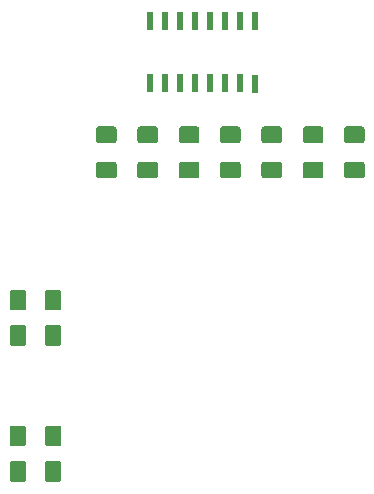
<source format=gbr>
G04 #@! TF.GenerationSoftware,KiCad,Pcbnew,5.0.2+dfsg1-1*
G04 #@! TF.CreationDate,2019-04-27T12:39:24-05:00*
G04 #@! TF.ProjectId,AdaptadorCamara,41646170-7461-4646-9f72-43616d617261,rev?*
G04 #@! TF.SameCoordinates,Original*
G04 #@! TF.FileFunction,Paste,Top*
G04 #@! TF.FilePolarity,Positive*
%FSLAX45Y45*%
G04 Gerber Fmt 4.5, Leading zero omitted, Abs format (unit mm)*
G04 Created by KiCad (PCBNEW 5.0.2+dfsg1-1) date sáb 27 abr 2019 12:39:24 -05*
%MOMM*%
%LPD*%
G01*
G04 APERTURE LIST*
%ADD10C,0.100000*%
%ADD11C,1.425000*%
%ADD12R,0.600000X1.500000*%
G04 APERTURE END LIST*
D10*
G04 #@! TO.C,R9*
G36*
X1099950Y1737380D02*
X1102377Y1737020D01*
X1104757Y1736423D01*
X1107067Y1735597D01*
X1109285Y1734548D01*
X1111389Y1733287D01*
X1113360Y1731825D01*
X1115178Y1730178D01*
X1116825Y1728360D01*
X1118287Y1726389D01*
X1119548Y1724285D01*
X1120597Y1722067D01*
X1121424Y1719757D01*
X1122020Y1717377D01*
X1122380Y1714950D01*
X1122500Y1712500D01*
X1122500Y1587500D01*
X1122380Y1585050D01*
X1122020Y1582623D01*
X1121424Y1580243D01*
X1120597Y1577933D01*
X1119548Y1575715D01*
X1118287Y1573611D01*
X1116825Y1571640D01*
X1115178Y1569822D01*
X1113360Y1568175D01*
X1111389Y1566713D01*
X1109285Y1565452D01*
X1107067Y1564403D01*
X1104757Y1563576D01*
X1102377Y1562980D01*
X1099950Y1562620D01*
X1097500Y1562500D01*
X1005000Y1562500D01*
X1002550Y1562620D01*
X1000123Y1562980D01*
X997743Y1563576D01*
X995433Y1564403D01*
X993215Y1565452D01*
X991111Y1566713D01*
X989140Y1568175D01*
X987322Y1569822D01*
X985675Y1571640D01*
X984213Y1573611D01*
X982952Y1575715D01*
X981903Y1577933D01*
X981076Y1580243D01*
X980480Y1582623D01*
X980120Y1585050D01*
X980000Y1587500D01*
X980000Y1712500D01*
X980120Y1714950D01*
X980480Y1717377D01*
X981076Y1719757D01*
X981903Y1722067D01*
X982952Y1724285D01*
X984213Y1726389D01*
X985675Y1728360D01*
X987322Y1730178D01*
X989140Y1731825D01*
X991111Y1733287D01*
X993215Y1734548D01*
X995433Y1735597D01*
X997743Y1736423D01*
X1000123Y1737020D01*
X1002550Y1737380D01*
X1005000Y1737500D01*
X1097500Y1737500D01*
X1099950Y1737380D01*
X1099950Y1737380D01*
G37*
D11*
X1051250Y1650000D03*
D10*
G36*
X1397450Y1737380D02*
X1399877Y1737020D01*
X1402257Y1736423D01*
X1404567Y1735597D01*
X1406785Y1734548D01*
X1408889Y1733287D01*
X1410860Y1731825D01*
X1412678Y1730178D01*
X1414325Y1728360D01*
X1415787Y1726389D01*
X1417048Y1724285D01*
X1418097Y1722067D01*
X1418923Y1719757D01*
X1419520Y1717377D01*
X1419880Y1714950D01*
X1420000Y1712500D01*
X1420000Y1587500D01*
X1419880Y1585050D01*
X1419520Y1582623D01*
X1418923Y1580243D01*
X1418097Y1577933D01*
X1417048Y1575715D01*
X1415787Y1573611D01*
X1414325Y1571640D01*
X1412678Y1569822D01*
X1410860Y1568175D01*
X1408889Y1566713D01*
X1406785Y1565452D01*
X1404567Y1564403D01*
X1402257Y1563576D01*
X1399877Y1562980D01*
X1397450Y1562620D01*
X1395000Y1562500D01*
X1302500Y1562500D01*
X1300050Y1562620D01*
X1297623Y1562980D01*
X1295243Y1563576D01*
X1292933Y1564403D01*
X1290715Y1565452D01*
X1288611Y1566713D01*
X1286640Y1568175D01*
X1284822Y1569822D01*
X1283175Y1571640D01*
X1281713Y1573611D01*
X1280452Y1575715D01*
X1279403Y1577933D01*
X1278577Y1580243D01*
X1277980Y1582623D01*
X1277620Y1585050D01*
X1277500Y1587500D01*
X1277500Y1712500D01*
X1277620Y1714950D01*
X1277980Y1717377D01*
X1278577Y1719757D01*
X1279403Y1722067D01*
X1280452Y1724285D01*
X1281713Y1726389D01*
X1283175Y1728360D01*
X1284822Y1730178D01*
X1286640Y1731825D01*
X1288611Y1733287D01*
X1290715Y1734548D01*
X1292933Y1735597D01*
X1295243Y1736423D01*
X1297623Y1737020D01*
X1300050Y1737380D01*
X1302500Y1737500D01*
X1395000Y1737500D01*
X1397450Y1737380D01*
X1397450Y1737380D01*
G37*
D11*
X1348750Y1650000D03*
G04 #@! TD*
D10*
G04 #@! TO.C,R1*
G36*
X1397450Y587380D02*
X1399877Y587020D01*
X1402257Y586424D01*
X1404567Y585597D01*
X1406785Y584548D01*
X1408889Y583287D01*
X1410860Y581825D01*
X1412678Y580178D01*
X1414325Y578360D01*
X1415787Y576389D01*
X1417048Y574285D01*
X1418097Y572067D01*
X1418923Y569757D01*
X1419520Y567377D01*
X1419880Y564950D01*
X1420000Y562500D01*
X1420000Y437500D01*
X1419880Y435050D01*
X1419520Y432623D01*
X1418923Y430243D01*
X1418097Y427933D01*
X1417048Y425715D01*
X1415787Y423611D01*
X1414325Y421640D01*
X1412678Y419822D01*
X1410860Y418175D01*
X1408889Y416713D01*
X1406785Y415452D01*
X1404567Y414403D01*
X1402257Y413576D01*
X1399877Y412980D01*
X1397450Y412620D01*
X1395000Y412500D01*
X1302500Y412500D01*
X1300050Y412620D01*
X1297623Y412980D01*
X1295243Y413576D01*
X1292933Y414403D01*
X1290715Y415452D01*
X1288611Y416713D01*
X1286640Y418175D01*
X1284822Y419822D01*
X1283175Y421640D01*
X1281713Y423611D01*
X1280452Y425715D01*
X1279403Y427933D01*
X1278577Y430243D01*
X1277980Y432623D01*
X1277620Y435050D01*
X1277500Y437500D01*
X1277500Y562500D01*
X1277620Y564950D01*
X1277980Y567377D01*
X1278577Y569757D01*
X1279403Y572067D01*
X1280452Y574285D01*
X1281713Y576389D01*
X1283175Y578360D01*
X1284822Y580178D01*
X1286640Y581825D01*
X1288611Y583287D01*
X1290715Y584548D01*
X1292933Y585597D01*
X1295243Y586424D01*
X1297623Y587020D01*
X1300050Y587380D01*
X1302500Y587500D01*
X1395000Y587500D01*
X1397450Y587380D01*
X1397450Y587380D01*
G37*
D11*
X1348750Y500000D03*
D10*
G36*
X1099950Y587380D02*
X1102377Y587020D01*
X1104757Y586424D01*
X1107067Y585597D01*
X1109285Y584548D01*
X1111389Y583287D01*
X1113360Y581825D01*
X1115178Y580178D01*
X1116825Y578360D01*
X1118287Y576389D01*
X1119548Y574285D01*
X1120597Y572067D01*
X1121424Y569757D01*
X1122020Y567377D01*
X1122380Y564950D01*
X1122500Y562500D01*
X1122500Y437500D01*
X1122380Y435050D01*
X1122020Y432623D01*
X1121424Y430243D01*
X1120597Y427933D01*
X1119548Y425715D01*
X1118287Y423611D01*
X1116825Y421640D01*
X1115178Y419822D01*
X1113360Y418175D01*
X1111389Y416713D01*
X1109285Y415452D01*
X1107067Y414403D01*
X1104757Y413576D01*
X1102377Y412980D01*
X1099950Y412620D01*
X1097500Y412500D01*
X1005000Y412500D01*
X1002550Y412620D01*
X1000123Y412980D01*
X997743Y413576D01*
X995433Y414403D01*
X993215Y415452D01*
X991111Y416713D01*
X989140Y418175D01*
X987322Y419822D01*
X985675Y421640D01*
X984213Y423611D01*
X982952Y425715D01*
X981903Y427933D01*
X981076Y430243D01*
X980480Y432623D01*
X980120Y435050D01*
X980000Y437500D01*
X980000Y562500D01*
X980120Y564950D01*
X980480Y567377D01*
X981076Y569757D01*
X981903Y572067D01*
X982952Y574285D01*
X984213Y576389D01*
X985675Y578360D01*
X987322Y580178D01*
X989140Y581825D01*
X991111Y583287D01*
X993215Y584548D01*
X995433Y585597D01*
X997743Y586424D01*
X1000123Y587020D01*
X1002550Y587380D01*
X1005000Y587500D01*
X1097500Y587500D01*
X1099950Y587380D01*
X1099950Y587380D01*
G37*
D11*
X1051250Y500000D03*
G04 #@! TD*
D10*
G04 #@! TO.C,R2*
G36*
X3964950Y2822380D02*
X3967377Y2822020D01*
X3969757Y2821423D01*
X3972067Y2820597D01*
X3974285Y2819548D01*
X3976389Y2818287D01*
X3978360Y2816825D01*
X3980178Y2815178D01*
X3981825Y2813360D01*
X3983287Y2811389D01*
X3984548Y2809285D01*
X3985597Y2807067D01*
X3986423Y2804757D01*
X3987020Y2802377D01*
X3987380Y2799950D01*
X3987500Y2797500D01*
X3987500Y2705000D01*
X3987380Y2702550D01*
X3987020Y2700123D01*
X3986423Y2697743D01*
X3985597Y2695433D01*
X3984548Y2693215D01*
X3983287Y2691111D01*
X3981825Y2689140D01*
X3980178Y2687322D01*
X3978360Y2685675D01*
X3976389Y2684213D01*
X3974285Y2682952D01*
X3972067Y2681903D01*
X3969757Y2681077D01*
X3967377Y2680480D01*
X3964950Y2680120D01*
X3962500Y2680000D01*
X3837500Y2680000D01*
X3835050Y2680120D01*
X3832623Y2680480D01*
X3830243Y2681077D01*
X3827933Y2681903D01*
X3825715Y2682952D01*
X3823611Y2684213D01*
X3821640Y2685675D01*
X3819822Y2687322D01*
X3818175Y2689140D01*
X3816713Y2691111D01*
X3815452Y2693215D01*
X3814403Y2695433D01*
X3813576Y2697743D01*
X3812980Y2700123D01*
X3812620Y2702550D01*
X3812500Y2705000D01*
X3812500Y2797500D01*
X3812620Y2799950D01*
X3812980Y2802377D01*
X3813576Y2804757D01*
X3814403Y2807067D01*
X3815452Y2809285D01*
X3816713Y2811389D01*
X3818175Y2813360D01*
X3819822Y2815178D01*
X3821640Y2816825D01*
X3823611Y2818287D01*
X3825715Y2819548D01*
X3827933Y2820597D01*
X3830243Y2821423D01*
X3832623Y2822020D01*
X3835050Y2822380D01*
X3837500Y2822500D01*
X3962500Y2822500D01*
X3964950Y2822380D01*
X3964950Y2822380D01*
G37*
D11*
X3900000Y2751250D03*
D10*
G36*
X3964950Y3119880D02*
X3967377Y3119520D01*
X3969757Y3118923D01*
X3972067Y3118097D01*
X3974285Y3117048D01*
X3976389Y3115787D01*
X3978360Y3114325D01*
X3980178Y3112678D01*
X3981825Y3110860D01*
X3983287Y3108889D01*
X3984548Y3106785D01*
X3985597Y3104567D01*
X3986423Y3102257D01*
X3987020Y3099877D01*
X3987380Y3097450D01*
X3987500Y3095000D01*
X3987500Y3002500D01*
X3987380Y3000050D01*
X3987020Y2997623D01*
X3986423Y2995243D01*
X3985597Y2992933D01*
X3984548Y2990715D01*
X3983287Y2988611D01*
X3981825Y2986640D01*
X3980178Y2984822D01*
X3978360Y2983175D01*
X3976389Y2981713D01*
X3974285Y2980452D01*
X3972067Y2979403D01*
X3969757Y2978576D01*
X3967377Y2977980D01*
X3964950Y2977620D01*
X3962500Y2977500D01*
X3837500Y2977500D01*
X3835050Y2977620D01*
X3832623Y2977980D01*
X3830243Y2978576D01*
X3827933Y2979403D01*
X3825715Y2980452D01*
X3823611Y2981713D01*
X3821640Y2983175D01*
X3819822Y2984822D01*
X3818175Y2986640D01*
X3816713Y2988611D01*
X3815452Y2990715D01*
X3814403Y2992933D01*
X3813576Y2995243D01*
X3812980Y2997623D01*
X3812620Y3000050D01*
X3812500Y3002500D01*
X3812500Y3095000D01*
X3812620Y3097450D01*
X3812980Y3099877D01*
X3813576Y3102257D01*
X3814403Y3104567D01*
X3815452Y3106785D01*
X3816713Y3108889D01*
X3818175Y3110860D01*
X3819822Y3112678D01*
X3821640Y3114325D01*
X3823611Y3115787D01*
X3825715Y3117048D01*
X3827933Y3118097D01*
X3830243Y3118923D01*
X3832623Y3119520D01*
X3835050Y3119880D01*
X3837500Y3120000D01*
X3962500Y3120000D01*
X3964950Y3119880D01*
X3964950Y3119880D01*
G37*
D11*
X3900000Y3048750D03*
G04 #@! TD*
D10*
G04 #@! TO.C,R3*
G36*
X3614950Y3119880D02*
X3617377Y3119520D01*
X3619757Y3118923D01*
X3622067Y3118097D01*
X3624285Y3117048D01*
X3626389Y3115787D01*
X3628360Y3114325D01*
X3630178Y3112678D01*
X3631825Y3110860D01*
X3633287Y3108889D01*
X3634548Y3106785D01*
X3635597Y3104567D01*
X3636423Y3102257D01*
X3637020Y3099877D01*
X3637380Y3097450D01*
X3637500Y3095000D01*
X3637500Y3002500D01*
X3637380Y3000050D01*
X3637020Y2997623D01*
X3636423Y2995243D01*
X3635597Y2992933D01*
X3634548Y2990715D01*
X3633287Y2988611D01*
X3631825Y2986640D01*
X3630178Y2984822D01*
X3628360Y2983175D01*
X3626389Y2981713D01*
X3624285Y2980452D01*
X3622067Y2979403D01*
X3619757Y2978576D01*
X3617377Y2977980D01*
X3614950Y2977620D01*
X3612500Y2977500D01*
X3487500Y2977500D01*
X3485050Y2977620D01*
X3482623Y2977980D01*
X3480243Y2978576D01*
X3477933Y2979403D01*
X3475715Y2980452D01*
X3473611Y2981713D01*
X3471640Y2983175D01*
X3469822Y2984822D01*
X3468175Y2986640D01*
X3466713Y2988611D01*
X3465452Y2990715D01*
X3464403Y2992933D01*
X3463576Y2995243D01*
X3462980Y2997623D01*
X3462620Y3000050D01*
X3462500Y3002500D01*
X3462500Y3095000D01*
X3462620Y3097450D01*
X3462980Y3099877D01*
X3463576Y3102257D01*
X3464403Y3104567D01*
X3465452Y3106785D01*
X3466713Y3108889D01*
X3468175Y3110860D01*
X3469822Y3112678D01*
X3471640Y3114325D01*
X3473611Y3115787D01*
X3475715Y3117048D01*
X3477933Y3118097D01*
X3480243Y3118923D01*
X3482623Y3119520D01*
X3485050Y3119880D01*
X3487500Y3120000D01*
X3612500Y3120000D01*
X3614950Y3119880D01*
X3614950Y3119880D01*
G37*
D11*
X3550000Y3048750D03*
D10*
G36*
X3614950Y2822380D02*
X3617377Y2822020D01*
X3619757Y2821423D01*
X3622067Y2820597D01*
X3624285Y2819548D01*
X3626389Y2818287D01*
X3628360Y2816825D01*
X3630178Y2815178D01*
X3631825Y2813360D01*
X3633287Y2811389D01*
X3634548Y2809285D01*
X3635597Y2807067D01*
X3636423Y2804757D01*
X3637020Y2802377D01*
X3637380Y2799950D01*
X3637500Y2797500D01*
X3637500Y2705000D01*
X3637380Y2702550D01*
X3637020Y2700123D01*
X3636423Y2697743D01*
X3635597Y2695433D01*
X3634548Y2693215D01*
X3633287Y2691111D01*
X3631825Y2689140D01*
X3630178Y2687322D01*
X3628360Y2685675D01*
X3626389Y2684213D01*
X3624285Y2682952D01*
X3622067Y2681903D01*
X3619757Y2681077D01*
X3617377Y2680480D01*
X3614950Y2680120D01*
X3612500Y2680000D01*
X3487500Y2680000D01*
X3485050Y2680120D01*
X3482623Y2680480D01*
X3480243Y2681077D01*
X3477933Y2681903D01*
X3475715Y2682952D01*
X3473611Y2684213D01*
X3471640Y2685675D01*
X3469822Y2687322D01*
X3468175Y2689140D01*
X3466713Y2691111D01*
X3465452Y2693215D01*
X3464403Y2695433D01*
X3463576Y2697743D01*
X3462980Y2700123D01*
X3462620Y2702550D01*
X3462500Y2705000D01*
X3462500Y2797500D01*
X3462620Y2799950D01*
X3462980Y2802377D01*
X3463576Y2804757D01*
X3464403Y2807067D01*
X3465452Y2809285D01*
X3466713Y2811389D01*
X3468175Y2813360D01*
X3469822Y2815178D01*
X3471640Y2816825D01*
X3473611Y2818287D01*
X3475715Y2819548D01*
X3477933Y2820597D01*
X3480243Y2821423D01*
X3482623Y2822020D01*
X3485050Y2822380D01*
X3487500Y2822500D01*
X3612500Y2822500D01*
X3614950Y2822380D01*
X3614950Y2822380D01*
G37*
D11*
X3550000Y2751250D03*
G04 #@! TD*
D10*
G04 #@! TO.C,R4*
G36*
X3264950Y2822380D02*
X3267377Y2822020D01*
X3269757Y2821423D01*
X3272067Y2820597D01*
X3274285Y2819548D01*
X3276389Y2818287D01*
X3278360Y2816825D01*
X3280178Y2815178D01*
X3281825Y2813360D01*
X3283287Y2811389D01*
X3284548Y2809285D01*
X3285597Y2807067D01*
X3286423Y2804757D01*
X3287020Y2802377D01*
X3287380Y2799950D01*
X3287500Y2797500D01*
X3287500Y2705000D01*
X3287380Y2702550D01*
X3287020Y2700123D01*
X3286423Y2697743D01*
X3285597Y2695433D01*
X3284548Y2693215D01*
X3283287Y2691111D01*
X3281825Y2689140D01*
X3280178Y2687322D01*
X3278360Y2685675D01*
X3276389Y2684213D01*
X3274285Y2682952D01*
X3272067Y2681903D01*
X3269757Y2681077D01*
X3267377Y2680480D01*
X3264950Y2680120D01*
X3262500Y2680000D01*
X3137500Y2680000D01*
X3135050Y2680120D01*
X3132623Y2680480D01*
X3130243Y2681077D01*
X3127933Y2681903D01*
X3125715Y2682952D01*
X3123611Y2684213D01*
X3121640Y2685675D01*
X3119822Y2687322D01*
X3118175Y2689140D01*
X3116713Y2691111D01*
X3115452Y2693215D01*
X3114403Y2695433D01*
X3113576Y2697743D01*
X3112980Y2700123D01*
X3112620Y2702550D01*
X3112500Y2705000D01*
X3112500Y2797500D01*
X3112620Y2799950D01*
X3112980Y2802377D01*
X3113576Y2804757D01*
X3114403Y2807067D01*
X3115452Y2809285D01*
X3116713Y2811389D01*
X3118175Y2813360D01*
X3119822Y2815178D01*
X3121640Y2816825D01*
X3123611Y2818287D01*
X3125715Y2819548D01*
X3127933Y2820597D01*
X3130243Y2821423D01*
X3132623Y2822020D01*
X3135050Y2822380D01*
X3137500Y2822500D01*
X3262500Y2822500D01*
X3264950Y2822380D01*
X3264950Y2822380D01*
G37*
D11*
X3200000Y2751250D03*
D10*
G36*
X3264950Y3119880D02*
X3267377Y3119520D01*
X3269757Y3118923D01*
X3272067Y3118097D01*
X3274285Y3117048D01*
X3276389Y3115787D01*
X3278360Y3114325D01*
X3280178Y3112678D01*
X3281825Y3110860D01*
X3283287Y3108889D01*
X3284548Y3106785D01*
X3285597Y3104567D01*
X3286423Y3102257D01*
X3287020Y3099877D01*
X3287380Y3097450D01*
X3287500Y3095000D01*
X3287500Y3002500D01*
X3287380Y3000050D01*
X3287020Y2997623D01*
X3286423Y2995243D01*
X3285597Y2992933D01*
X3284548Y2990715D01*
X3283287Y2988611D01*
X3281825Y2986640D01*
X3280178Y2984822D01*
X3278360Y2983175D01*
X3276389Y2981713D01*
X3274285Y2980452D01*
X3272067Y2979403D01*
X3269757Y2978576D01*
X3267377Y2977980D01*
X3264950Y2977620D01*
X3262500Y2977500D01*
X3137500Y2977500D01*
X3135050Y2977620D01*
X3132623Y2977980D01*
X3130243Y2978576D01*
X3127933Y2979403D01*
X3125715Y2980452D01*
X3123611Y2981713D01*
X3121640Y2983175D01*
X3119822Y2984822D01*
X3118175Y2986640D01*
X3116713Y2988611D01*
X3115452Y2990715D01*
X3114403Y2992933D01*
X3113576Y2995243D01*
X3112980Y2997623D01*
X3112620Y3000050D01*
X3112500Y3002500D01*
X3112500Y3095000D01*
X3112620Y3097450D01*
X3112980Y3099877D01*
X3113576Y3102257D01*
X3114403Y3104567D01*
X3115452Y3106785D01*
X3116713Y3108889D01*
X3118175Y3110860D01*
X3119822Y3112678D01*
X3121640Y3114325D01*
X3123611Y3115787D01*
X3125715Y3117048D01*
X3127933Y3118097D01*
X3130243Y3118923D01*
X3132623Y3119520D01*
X3135050Y3119880D01*
X3137500Y3120000D01*
X3262500Y3120000D01*
X3264950Y3119880D01*
X3264950Y3119880D01*
G37*
D11*
X3200000Y3048750D03*
G04 #@! TD*
D10*
G04 #@! TO.C,R5*
G36*
X2914950Y3119880D02*
X2917377Y3119520D01*
X2919757Y3118923D01*
X2922067Y3118097D01*
X2924285Y3117048D01*
X2926389Y3115787D01*
X2928360Y3114325D01*
X2930178Y3112678D01*
X2931825Y3110860D01*
X2933287Y3108889D01*
X2934548Y3106785D01*
X2935597Y3104567D01*
X2936423Y3102257D01*
X2937020Y3099877D01*
X2937380Y3097450D01*
X2937500Y3095000D01*
X2937500Y3002500D01*
X2937380Y3000050D01*
X2937020Y2997623D01*
X2936423Y2995243D01*
X2935597Y2992933D01*
X2934548Y2990715D01*
X2933287Y2988611D01*
X2931825Y2986640D01*
X2930178Y2984822D01*
X2928360Y2983175D01*
X2926389Y2981713D01*
X2924285Y2980452D01*
X2922067Y2979403D01*
X2919757Y2978576D01*
X2917377Y2977980D01*
X2914950Y2977620D01*
X2912500Y2977500D01*
X2787500Y2977500D01*
X2785050Y2977620D01*
X2782623Y2977980D01*
X2780243Y2978576D01*
X2777933Y2979403D01*
X2775715Y2980452D01*
X2773611Y2981713D01*
X2771640Y2983175D01*
X2769822Y2984822D01*
X2768175Y2986640D01*
X2766713Y2988611D01*
X2765452Y2990715D01*
X2764403Y2992933D01*
X2763577Y2995243D01*
X2762980Y2997623D01*
X2762620Y3000050D01*
X2762500Y3002500D01*
X2762500Y3095000D01*
X2762620Y3097450D01*
X2762980Y3099877D01*
X2763577Y3102257D01*
X2764403Y3104567D01*
X2765452Y3106785D01*
X2766713Y3108889D01*
X2768175Y3110860D01*
X2769822Y3112678D01*
X2771640Y3114325D01*
X2773611Y3115787D01*
X2775715Y3117048D01*
X2777933Y3118097D01*
X2780243Y3118923D01*
X2782623Y3119520D01*
X2785050Y3119880D01*
X2787500Y3120000D01*
X2912500Y3120000D01*
X2914950Y3119880D01*
X2914950Y3119880D01*
G37*
D11*
X2850000Y3048750D03*
D10*
G36*
X2914950Y2822380D02*
X2917377Y2822020D01*
X2919757Y2821423D01*
X2922067Y2820597D01*
X2924285Y2819548D01*
X2926389Y2818287D01*
X2928360Y2816825D01*
X2930178Y2815178D01*
X2931825Y2813360D01*
X2933287Y2811389D01*
X2934548Y2809285D01*
X2935597Y2807067D01*
X2936423Y2804757D01*
X2937020Y2802377D01*
X2937380Y2799950D01*
X2937500Y2797500D01*
X2937500Y2705000D01*
X2937380Y2702550D01*
X2937020Y2700123D01*
X2936423Y2697743D01*
X2935597Y2695433D01*
X2934548Y2693215D01*
X2933287Y2691111D01*
X2931825Y2689140D01*
X2930178Y2687322D01*
X2928360Y2685675D01*
X2926389Y2684213D01*
X2924285Y2682952D01*
X2922067Y2681903D01*
X2919757Y2681077D01*
X2917377Y2680480D01*
X2914950Y2680120D01*
X2912500Y2680000D01*
X2787500Y2680000D01*
X2785050Y2680120D01*
X2782623Y2680480D01*
X2780243Y2681077D01*
X2777933Y2681903D01*
X2775715Y2682952D01*
X2773611Y2684213D01*
X2771640Y2685675D01*
X2769822Y2687322D01*
X2768175Y2689140D01*
X2766713Y2691111D01*
X2765452Y2693215D01*
X2764403Y2695433D01*
X2763577Y2697743D01*
X2762980Y2700123D01*
X2762620Y2702550D01*
X2762500Y2705000D01*
X2762500Y2797500D01*
X2762620Y2799950D01*
X2762980Y2802377D01*
X2763577Y2804757D01*
X2764403Y2807067D01*
X2765452Y2809285D01*
X2766713Y2811389D01*
X2768175Y2813360D01*
X2769822Y2815178D01*
X2771640Y2816825D01*
X2773611Y2818287D01*
X2775715Y2819548D01*
X2777933Y2820597D01*
X2780243Y2821423D01*
X2782623Y2822020D01*
X2785050Y2822380D01*
X2787500Y2822500D01*
X2912500Y2822500D01*
X2914950Y2822380D01*
X2914950Y2822380D01*
G37*
D11*
X2850000Y2751250D03*
G04 #@! TD*
D10*
G04 #@! TO.C,R6*
G36*
X2564950Y2822380D02*
X2567377Y2822020D01*
X2569757Y2821423D01*
X2572067Y2820597D01*
X2574285Y2819548D01*
X2576389Y2818287D01*
X2578360Y2816825D01*
X2580178Y2815178D01*
X2581825Y2813360D01*
X2583287Y2811389D01*
X2584548Y2809285D01*
X2585597Y2807067D01*
X2586424Y2804757D01*
X2587020Y2802377D01*
X2587380Y2799950D01*
X2587500Y2797500D01*
X2587500Y2705000D01*
X2587380Y2702550D01*
X2587020Y2700123D01*
X2586424Y2697743D01*
X2585597Y2695433D01*
X2584548Y2693215D01*
X2583287Y2691111D01*
X2581825Y2689140D01*
X2580178Y2687322D01*
X2578360Y2685675D01*
X2576389Y2684213D01*
X2574285Y2682952D01*
X2572067Y2681903D01*
X2569757Y2681077D01*
X2567377Y2680480D01*
X2564950Y2680120D01*
X2562500Y2680000D01*
X2437500Y2680000D01*
X2435050Y2680120D01*
X2432623Y2680480D01*
X2430243Y2681077D01*
X2427933Y2681903D01*
X2425715Y2682952D01*
X2423611Y2684213D01*
X2421640Y2685675D01*
X2419822Y2687322D01*
X2418175Y2689140D01*
X2416713Y2691111D01*
X2415452Y2693215D01*
X2414403Y2695433D01*
X2413577Y2697743D01*
X2412980Y2700123D01*
X2412620Y2702550D01*
X2412500Y2705000D01*
X2412500Y2797500D01*
X2412620Y2799950D01*
X2412980Y2802377D01*
X2413577Y2804757D01*
X2414403Y2807067D01*
X2415452Y2809285D01*
X2416713Y2811389D01*
X2418175Y2813360D01*
X2419822Y2815178D01*
X2421640Y2816825D01*
X2423611Y2818287D01*
X2425715Y2819548D01*
X2427933Y2820597D01*
X2430243Y2821423D01*
X2432623Y2822020D01*
X2435050Y2822380D01*
X2437500Y2822500D01*
X2562500Y2822500D01*
X2564950Y2822380D01*
X2564950Y2822380D01*
G37*
D11*
X2500000Y2751250D03*
D10*
G36*
X2564950Y3119880D02*
X2567377Y3119520D01*
X2569757Y3118923D01*
X2572067Y3118097D01*
X2574285Y3117048D01*
X2576389Y3115787D01*
X2578360Y3114325D01*
X2580178Y3112678D01*
X2581825Y3110860D01*
X2583287Y3108889D01*
X2584548Y3106785D01*
X2585597Y3104567D01*
X2586424Y3102257D01*
X2587020Y3099877D01*
X2587380Y3097450D01*
X2587500Y3095000D01*
X2587500Y3002500D01*
X2587380Y3000050D01*
X2587020Y2997623D01*
X2586424Y2995243D01*
X2585597Y2992933D01*
X2584548Y2990715D01*
X2583287Y2988611D01*
X2581825Y2986640D01*
X2580178Y2984822D01*
X2578360Y2983175D01*
X2576389Y2981713D01*
X2574285Y2980452D01*
X2572067Y2979403D01*
X2569757Y2978576D01*
X2567377Y2977980D01*
X2564950Y2977620D01*
X2562500Y2977500D01*
X2437500Y2977500D01*
X2435050Y2977620D01*
X2432623Y2977980D01*
X2430243Y2978576D01*
X2427933Y2979403D01*
X2425715Y2980452D01*
X2423611Y2981713D01*
X2421640Y2983175D01*
X2419822Y2984822D01*
X2418175Y2986640D01*
X2416713Y2988611D01*
X2415452Y2990715D01*
X2414403Y2992933D01*
X2413577Y2995243D01*
X2412980Y2997623D01*
X2412620Y3000050D01*
X2412500Y3002500D01*
X2412500Y3095000D01*
X2412620Y3097450D01*
X2412980Y3099877D01*
X2413577Y3102257D01*
X2414403Y3104567D01*
X2415452Y3106785D01*
X2416713Y3108889D01*
X2418175Y3110860D01*
X2419822Y3112678D01*
X2421640Y3114325D01*
X2423611Y3115787D01*
X2425715Y3117048D01*
X2427933Y3118097D01*
X2430243Y3118923D01*
X2432623Y3119520D01*
X2435050Y3119880D01*
X2437500Y3120000D01*
X2562500Y3120000D01*
X2564950Y3119880D01*
X2564950Y3119880D01*
G37*
D11*
X2500000Y3048750D03*
G04 #@! TD*
D10*
G04 #@! TO.C,R7*
G36*
X2214950Y3119880D02*
X2217377Y3119520D01*
X2219757Y3118923D01*
X2222067Y3118097D01*
X2224285Y3117048D01*
X2226389Y3115787D01*
X2228360Y3114325D01*
X2230178Y3112678D01*
X2231825Y3110860D01*
X2233287Y3108889D01*
X2234548Y3106785D01*
X2235597Y3104567D01*
X2236424Y3102257D01*
X2237020Y3099877D01*
X2237380Y3097450D01*
X2237500Y3095000D01*
X2237500Y3002500D01*
X2237380Y3000050D01*
X2237020Y2997623D01*
X2236424Y2995243D01*
X2235597Y2992933D01*
X2234548Y2990715D01*
X2233287Y2988611D01*
X2231825Y2986640D01*
X2230178Y2984822D01*
X2228360Y2983175D01*
X2226389Y2981713D01*
X2224285Y2980452D01*
X2222067Y2979403D01*
X2219757Y2978576D01*
X2217377Y2977980D01*
X2214950Y2977620D01*
X2212500Y2977500D01*
X2087500Y2977500D01*
X2085050Y2977620D01*
X2082623Y2977980D01*
X2080243Y2978576D01*
X2077933Y2979403D01*
X2075715Y2980452D01*
X2073611Y2981713D01*
X2071640Y2983175D01*
X2069822Y2984822D01*
X2068175Y2986640D01*
X2066713Y2988611D01*
X2065452Y2990715D01*
X2064403Y2992933D01*
X2063576Y2995243D01*
X2062980Y2997623D01*
X2062620Y3000050D01*
X2062500Y3002500D01*
X2062500Y3095000D01*
X2062620Y3097450D01*
X2062980Y3099877D01*
X2063576Y3102257D01*
X2064403Y3104567D01*
X2065452Y3106785D01*
X2066713Y3108889D01*
X2068175Y3110860D01*
X2069822Y3112678D01*
X2071640Y3114325D01*
X2073611Y3115787D01*
X2075715Y3117048D01*
X2077933Y3118097D01*
X2080243Y3118923D01*
X2082623Y3119520D01*
X2085050Y3119880D01*
X2087500Y3120000D01*
X2212500Y3120000D01*
X2214950Y3119880D01*
X2214950Y3119880D01*
G37*
D11*
X2150000Y3048750D03*
D10*
G36*
X2214950Y2822380D02*
X2217377Y2822020D01*
X2219757Y2821423D01*
X2222067Y2820597D01*
X2224285Y2819548D01*
X2226389Y2818287D01*
X2228360Y2816825D01*
X2230178Y2815178D01*
X2231825Y2813360D01*
X2233287Y2811389D01*
X2234548Y2809285D01*
X2235597Y2807067D01*
X2236424Y2804757D01*
X2237020Y2802377D01*
X2237380Y2799950D01*
X2237500Y2797500D01*
X2237500Y2705000D01*
X2237380Y2702550D01*
X2237020Y2700123D01*
X2236424Y2697743D01*
X2235597Y2695433D01*
X2234548Y2693215D01*
X2233287Y2691111D01*
X2231825Y2689140D01*
X2230178Y2687322D01*
X2228360Y2685675D01*
X2226389Y2684213D01*
X2224285Y2682952D01*
X2222067Y2681903D01*
X2219757Y2681077D01*
X2217377Y2680480D01*
X2214950Y2680120D01*
X2212500Y2680000D01*
X2087500Y2680000D01*
X2085050Y2680120D01*
X2082623Y2680480D01*
X2080243Y2681077D01*
X2077933Y2681903D01*
X2075715Y2682952D01*
X2073611Y2684213D01*
X2071640Y2685675D01*
X2069822Y2687322D01*
X2068175Y2689140D01*
X2066713Y2691111D01*
X2065452Y2693215D01*
X2064403Y2695433D01*
X2063576Y2697743D01*
X2062980Y2700123D01*
X2062620Y2702550D01*
X2062500Y2705000D01*
X2062500Y2797500D01*
X2062620Y2799950D01*
X2062980Y2802377D01*
X2063576Y2804757D01*
X2064403Y2807067D01*
X2065452Y2809285D01*
X2066713Y2811389D01*
X2068175Y2813360D01*
X2069822Y2815178D01*
X2071640Y2816825D01*
X2073611Y2818287D01*
X2075715Y2819548D01*
X2077933Y2820597D01*
X2080243Y2821423D01*
X2082623Y2822020D01*
X2085050Y2822380D01*
X2087500Y2822500D01*
X2212500Y2822500D01*
X2214950Y2822380D01*
X2214950Y2822380D01*
G37*
D11*
X2150000Y2751250D03*
G04 #@! TD*
D10*
G04 #@! TO.C,R8*
G36*
X1864950Y2822380D02*
X1867377Y2822020D01*
X1869757Y2821423D01*
X1872067Y2820597D01*
X1874285Y2819548D01*
X1876389Y2818287D01*
X1878360Y2816825D01*
X1880178Y2815178D01*
X1881825Y2813360D01*
X1883287Y2811389D01*
X1884548Y2809285D01*
X1885597Y2807067D01*
X1886423Y2804757D01*
X1887020Y2802377D01*
X1887380Y2799950D01*
X1887500Y2797500D01*
X1887500Y2705000D01*
X1887380Y2702550D01*
X1887020Y2700123D01*
X1886423Y2697743D01*
X1885597Y2695433D01*
X1884548Y2693215D01*
X1883287Y2691111D01*
X1881825Y2689140D01*
X1880178Y2687322D01*
X1878360Y2685675D01*
X1876389Y2684213D01*
X1874285Y2682952D01*
X1872067Y2681903D01*
X1869757Y2681077D01*
X1867377Y2680480D01*
X1864950Y2680120D01*
X1862500Y2680000D01*
X1737500Y2680000D01*
X1735050Y2680120D01*
X1732623Y2680480D01*
X1730243Y2681077D01*
X1727933Y2681903D01*
X1725715Y2682952D01*
X1723611Y2684213D01*
X1721640Y2685675D01*
X1719822Y2687322D01*
X1718175Y2689140D01*
X1716713Y2691111D01*
X1715452Y2693215D01*
X1714403Y2695433D01*
X1713576Y2697743D01*
X1712980Y2700123D01*
X1712620Y2702550D01*
X1712500Y2705000D01*
X1712500Y2797500D01*
X1712620Y2799950D01*
X1712980Y2802377D01*
X1713576Y2804757D01*
X1714403Y2807067D01*
X1715452Y2809285D01*
X1716713Y2811389D01*
X1718175Y2813360D01*
X1719822Y2815178D01*
X1721640Y2816825D01*
X1723611Y2818287D01*
X1725715Y2819548D01*
X1727933Y2820597D01*
X1730243Y2821423D01*
X1732623Y2822020D01*
X1735050Y2822380D01*
X1737500Y2822500D01*
X1862500Y2822500D01*
X1864950Y2822380D01*
X1864950Y2822380D01*
G37*
D11*
X1800000Y2751250D03*
D10*
G36*
X1864950Y3119880D02*
X1867377Y3119520D01*
X1869757Y3118923D01*
X1872067Y3118097D01*
X1874285Y3117048D01*
X1876389Y3115787D01*
X1878360Y3114325D01*
X1880178Y3112678D01*
X1881825Y3110860D01*
X1883287Y3108889D01*
X1884548Y3106785D01*
X1885597Y3104567D01*
X1886423Y3102257D01*
X1887020Y3099877D01*
X1887380Y3097450D01*
X1887500Y3095000D01*
X1887500Y3002500D01*
X1887380Y3000050D01*
X1887020Y2997623D01*
X1886423Y2995243D01*
X1885597Y2992933D01*
X1884548Y2990715D01*
X1883287Y2988611D01*
X1881825Y2986640D01*
X1880178Y2984822D01*
X1878360Y2983175D01*
X1876389Y2981713D01*
X1874285Y2980452D01*
X1872067Y2979403D01*
X1869757Y2978576D01*
X1867377Y2977980D01*
X1864950Y2977620D01*
X1862500Y2977500D01*
X1737500Y2977500D01*
X1735050Y2977620D01*
X1732623Y2977980D01*
X1730243Y2978576D01*
X1727933Y2979403D01*
X1725715Y2980452D01*
X1723611Y2981713D01*
X1721640Y2983175D01*
X1719822Y2984822D01*
X1718175Y2986640D01*
X1716713Y2988611D01*
X1715452Y2990715D01*
X1714403Y2992933D01*
X1713576Y2995243D01*
X1712980Y2997623D01*
X1712620Y3000050D01*
X1712500Y3002500D01*
X1712500Y3095000D01*
X1712620Y3097450D01*
X1712980Y3099877D01*
X1713576Y3102257D01*
X1714403Y3104567D01*
X1715452Y3106785D01*
X1716713Y3108889D01*
X1718175Y3110860D01*
X1719822Y3112678D01*
X1721640Y3114325D01*
X1723611Y3115787D01*
X1725715Y3117048D01*
X1727933Y3118097D01*
X1730243Y3118923D01*
X1732623Y3119520D01*
X1735050Y3119880D01*
X1737500Y3120000D01*
X1862500Y3120000D01*
X1864950Y3119880D01*
X1864950Y3119880D01*
G37*
D11*
X1800000Y3048750D03*
G04 #@! TD*
D12*
G04 #@! TO.C,U3*
X3054500Y3483300D03*
X2927500Y3483900D03*
X2800500Y3483900D03*
X2673500Y3483900D03*
X2546500Y3483900D03*
X2419500Y3483900D03*
X2292500Y3483900D03*
X2165500Y3483900D03*
X2165500Y4016100D03*
X2292500Y4016100D03*
X2419500Y4016100D03*
X2546500Y4016100D03*
X2673500Y4016100D03*
X2800500Y4016100D03*
X2927500Y4016700D03*
X3054500Y4016700D03*
G04 #@! TD*
D10*
G04 #@! TO.C,R10*
G36*
X1099950Y287380D02*
X1102377Y287020D01*
X1104757Y286424D01*
X1107067Y285597D01*
X1109285Y284548D01*
X1111389Y283287D01*
X1113360Y281825D01*
X1115178Y280178D01*
X1116825Y278360D01*
X1118287Y276389D01*
X1119548Y274285D01*
X1120597Y272067D01*
X1121424Y269757D01*
X1122020Y267377D01*
X1122380Y264950D01*
X1122500Y262500D01*
X1122500Y137500D01*
X1122380Y135050D01*
X1122020Y132623D01*
X1121424Y130243D01*
X1120597Y127933D01*
X1119548Y125715D01*
X1118287Y123611D01*
X1116825Y121640D01*
X1115178Y119822D01*
X1113360Y118175D01*
X1111389Y116713D01*
X1109285Y115452D01*
X1107067Y114403D01*
X1104757Y113576D01*
X1102377Y112980D01*
X1099950Y112620D01*
X1097500Y112500D01*
X1005000Y112500D01*
X1002550Y112620D01*
X1000123Y112980D01*
X997743Y113576D01*
X995433Y114403D01*
X993215Y115452D01*
X991111Y116713D01*
X989140Y118175D01*
X987322Y119822D01*
X985675Y121640D01*
X984213Y123611D01*
X982952Y125715D01*
X981903Y127933D01*
X981076Y130243D01*
X980480Y132623D01*
X980120Y135050D01*
X980000Y137500D01*
X980000Y262500D01*
X980120Y264950D01*
X980480Y267377D01*
X981076Y269757D01*
X981903Y272067D01*
X982952Y274285D01*
X984213Y276389D01*
X985675Y278360D01*
X987322Y280178D01*
X989140Y281825D01*
X991111Y283287D01*
X993215Y284548D01*
X995433Y285597D01*
X997743Y286424D01*
X1000123Y287020D01*
X1002550Y287380D01*
X1005000Y287500D01*
X1097500Y287500D01*
X1099950Y287380D01*
X1099950Y287380D01*
G37*
D11*
X1051250Y200000D03*
D10*
G36*
X1397450Y287380D02*
X1399877Y287020D01*
X1402257Y286424D01*
X1404567Y285597D01*
X1406785Y284548D01*
X1408889Y283287D01*
X1410860Y281825D01*
X1412678Y280178D01*
X1414325Y278360D01*
X1415787Y276389D01*
X1417048Y274285D01*
X1418097Y272067D01*
X1418923Y269757D01*
X1419520Y267377D01*
X1419880Y264950D01*
X1420000Y262500D01*
X1420000Y137500D01*
X1419880Y135050D01*
X1419520Y132623D01*
X1418923Y130243D01*
X1418097Y127933D01*
X1417048Y125715D01*
X1415787Y123611D01*
X1414325Y121640D01*
X1412678Y119822D01*
X1410860Y118175D01*
X1408889Y116713D01*
X1406785Y115452D01*
X1404567Y114403D01*
X1402257Y113576D01*
X1399877Y112980D01*
X1397450Y112620D01*
X1395000Y112500D01*
X1302500Y112500D01*
X1300050Y112620D01*
X1297623Y112980D01*
X1295243Y113576D01*
X1292933Y114403D01*
X1290715Y115452D01*
X1288611Y116713D01*
X1286640Y118175D01*
X1284822Y119822D01*
X1283175Y121640D01*
X1281713Y123611D01*
X1280452Y125715D01*
X1279403Y127933D01*
X1278577Y130243D01*
X1277980Y132623D01*
X1277620Y135050D01*
X1277500Y137500D01*
X1277500Y262500D01*
X1277620Y264950D01*
X1277980Y267377D01*
X1278577Y269757D01*
X1279403Y272067D01*
X1280452Y274285D01*
X1281713Y276389D01*
X1283175Y278360D01*
X1284822Y280178D01*
X1286640Y281825D01*
X1288611Y283287D01*
X1290715Y284548D01*
X1292933Y285597D01*
X1295243Y286424D01*
X1297623Y287020D01*
X1300050Y287380D01*
X1302500Y287500D01*
X1395000Y287500D01*
X1397450Y287380D01*
X1397450Y287380D01*
G37*
D11*
X1348750Y200000D03*
G04 #@! TD*
D10*
G04 #@! TO.C,R11*
G36*
X1397450Y1437380D02*
X1399877Y1437020D01*
X1402257Y1436423D01*
X1404567Y1435597D01*
X1406785Y1434548D01*
X1408889Y1433287D01*
X1410860Y1431825D01*
X1412678Y1430178D01*
X1414325Y1428360D01*
X1415787Y1426389D01*
X1417048Y1424285D01*
X1418097Y1422067D01*
X1418923Y1419757D01*
X1419520Y1417377D01*
X1419880Y1414950D01*
X1420000Y1412500D01*
X1420000Y1287500D01*
X1419880Y1285050D01*
X1419520Y1282623D01*
X1418923Y1280243D01*
X1418097Y1277933D01*
X1417048Y1275715D01*
X1415787Y1273611D01*
X1414325Y1271640D01*
X1412678Y1269822D01*
X1410860Y1268175D01*
X1408889Y1266713D01*
X1406785Y1265452D01*
X1404567Y1264403D01*
X1402257Y1263577D01*
X1399877Y1262980D01*
X1397450Y1262620D01*
X1395000Y1262500D01*
X1302500Y1262500D01*
X1300050Y1262620D01*
X1297623Y1262980D01*
X1295243Y1263577D01*
X1292933Y1264403D01*
X1290715Y1265452D01*
X1288611Y1266713D01*
X1286640Y1268175D01*
X1284822Y1269822D01*
X1283175Y1271640D01*
X1281713Y1273611D01*
X1280452Y1275715D01*
X1279403Y1277933D01*
X1278577Y1280243D01*
X1277980Y1282623D01*
X1277620Y1285050D01*
X1277500Y1287500D01*
X1277500Y1412500D01*
X1277620Y1414950D01*
X1277980Y1417377D01*
X1278577Y1419757D01*
X1279403Y1422067D01*
X1280452Y1424285D01*
X1281713Y1426389D01*
X1283175Y1428360D01*
X1284822Y1430178D01*
X1286640Y1431825D01*
X1288611Y1433287D01*
X1290715Y1434548D01*
X1292933Y1435597D01*
X1295243Y1436423D01*
X1297623Y1437020D01*
X1300050Y1437380D01*
X1302500Y1437500D01*
X1395000Y1437500D01*
X1397450Y1437380D01*
X1397450Y1437380D01*
G37*
D11*
X1348750Y1350000D03*
D10*
G36*
X1099950Y1437380D02*
X1102377Y1437020D01*
X1104757Y1436423D01*
X1107067Y1435597D01*
X1109285Y1434548D01*
X1111389Y1433287D01*
X1113360Y1431825D01*
X1115178Y1430178D01*
X1116825Y1428360D01*
X1118287Y1426389D01*
X1119548Y1424285D01*
X1120597Y1422067D01*
X1121424Y1419757D01*
X1122020Y1417377D01*
X1122380Y1414950D01*
X1122500Y1412500D01*
X1122500Y1287500D01*
X1122380Y1285050D01*
X1122020Y1282623D01*
X1121424Y1280243D01*
X1120597Y1277933D01*
X1119548Y1275715D01*
X1118287Y1273611D01*
X1116825Y1271640D01*
X1115178Y1269822D01*
X1113360Y1268175D01*
X1111389Y1266713D01*
X1109285Y1265452D01*
X1107067Y1264403D01*
X1104757Y1263577D01*
X1102377Y1262980D01*
X1099950Y1262620D01*
X1097500Y1262500D01*
X1005000Y1262500D01*
X1002550Y1262620D01*
X1000123Y1262980D01*
X997743Y1263577D01*
X995433Y1264403D01*
X993215Y1265452D01*
X991111Y1266713D01*
X989140Y1268175D01*
X987322Y1269822D01*
X985675Y1271640D01*
X984213Y1273611D01*
X982952Y1275715D01*
X981903Y1277933D01*
X981076Y1280243D01*
X980480Y1282623D01*
X980120Y1285050D01*
X980000Y1287500D01*
X980000Y1412500D01*
X980120Y1414950D01*
X980480Y1417377D01*
X981076Y1419757D01*
X981903Y1422067D01*
X982952Y1424285D01*
X984213Y1426389D01*
X985675Y1428360D01*
X987322Y1430178D01*
X989140Y1431825D01*
X991111Y1433287D01*
X993215Y1434548D01*
X995433Y1435597D01*
X997743Y1436423D01*
X1000123Y1437020D01*
X1002550Y1437380D01*
X1005000Y1437500D01*
X1097500Y1437500D01*
X1099950Y1437380D01*
X1099950Y1437380D01*
G37*
D11*
X1051250Y1350000D03*
G04 #@! TD*
M02*

</source>
